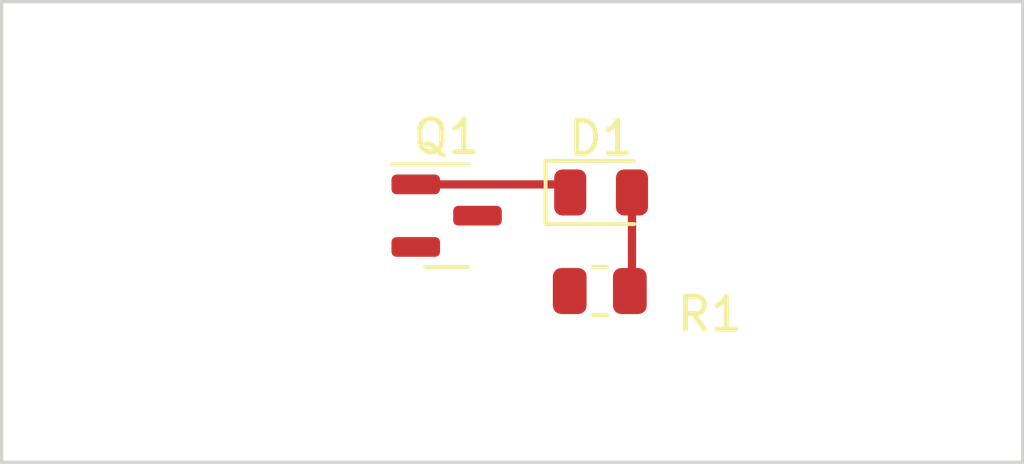
<source format=kicad_pcb>
(kicad_pcb (version 20201220) (generator pcbnew)
  (layers (0 "F.Cu" signal) (31 "B.Cu" signal) (34 "B.Paste" user) (35 "F.Paste" user) (36 "B.SilkS" user "B.Silkscreen") (37 "F.SilkS" user "F.Silkscreen") (38 "B.Mask" user) (39 "F.Mask" user) (44 "Edge.Cuts" user))
  (net 0 "")
  (net 1 "/led/switched")
  (net 2 "Net-(D1-Pad2)")
  (net 3 "/control")
  (net 4 "GND")
  (net 5 "+3V3")
  (footprint "Resistor_SMD:R_0805_2012Metric" (layer "F.Cu") (at 169.16 102.795)
    (fp_text reference "R1" (at 3.34 0.705) (layer "F.SilkS"))
    (fp_text value "R")
    (fp_line (start -0.227064 0.735) (end 0.227064 0.735) (layer "F.SilkS") (width 0.12))
    (fp_line (start -0.227064 -0.735) (end 0.227064 -0.735) (layer "F.SilkS") (width 0.12))
    (pad "1" smd roundrect (at -0.9125 0) (size 1.025 1.4) (layers "F.Cu" "F.Paste" "F.Mask") (roundrect_rratio 0.243902) (net 5 "+3V3"))
    (pad "2" smd roundrect (at 0.9125 0) (size 1.025 1.4) (layers "F.Cu" "F.Paste" "F.Mask") (roundrect_rratio 0.243902) (net 2 "Net-(D1-Pad2)"))
  )
  (footprint "Package_TO_SOT_SMD:SOT-23" (layer "F.Cu") (at 164.51 100.505)
    (fp_text reference "Q1" (at 0 -2.4) (layer "F.SilkS"))
    (fp_text value "Q_NMOS_DGS")
    (fp_line (start 0 1.56) (end -0.65 1.56) (layer "F.SilkS") (width 0.12))
    (fp_line (start 0 -1.56) (end 0.65 -1.56) (layer "F.SilkS") (width 0.12))
    (fp_line (start 0 1.56) (end 0.65 1.56) (layer "F.SilkS") (width 0.12))
    (fp_line (start 0 -1.56) (end -1.675 -1.56) (layer "F.SilkS") (width 0.12))
    (pad "1" smd roundrect (at -0.9375 -0.95) (size 1.475 0.6) (layers "F.Cu" "F.Paste" "F.Mask") (net 1 "/led/switched"))
    (pad "2" smd roundrect (at -0.9375 0.95) (size 1.475 0.6) (layers "F.Cu" "F.Paste" "F.Mask") (net 3 "/control"))
    (pad "3" smd roundrect (at 0.9375 0) (size 1.475 0.6) (layers "F.Cu" "F.Paste" "F.Mask") (net 4 "GND"))
  )
  (footprint "LED_SMD:LED_0805_2012Metric" (layer "F.Cu") (at 169.2 99.8)
    (fp_text reference "D1" (at 0 -1.65) (layer "F.SilkS"))
    (fp_text value "LED")
    (fp_line (start -1.685 -0.96) (end -1.685 0.96) (layer "F.SilkS") (width 0.12))
    (fp_line (start -1.685 0.96) (end 1 0.96) (layer "F.SilkS") (width 0.12))
    (fp_line (start 1 -0.96) (end -1.685 -0.96) (layer "F.SilkS") (width 0.12))
    (pad "1" smd roundrect (at -0.9375 0) (size 0.975 1.4) (layers "F.Cu" "F.Paste" "F.Mask") (net 1 "/led/switched"))
    (pad "2" smd roundrect (at 0.9375 0) (size 0.975 1.4) (layers "F.Cu" "F.Paste" "F.Mask") (net 2 "Net-(D1-Pad2)"))
  )
  (gr_line (start 151 94) (end 182 94) (layer "Edge.Cuts") (width 0.1))
  (gr_line (start 182 94) (end 182 108) (layer "Edge.Cuts") (width 0.1))
  (gr_line (start 151 108) (end 151 94) (layer "Edge.Cuts") (width 0.1))
  (gr_line (start 182 108) (end 151 108) (layer "Edge.Cuts") (width 0.1))
  (segment (start 163.5725 99.555) (end 168.0175 99.555) (width 0.25) (layer "F.Cu") (net 1))
  (segment (start 168.0175 99.555) (end 168.2625 99.8) (width 0.25) (layer "F.Cu") (net 1))
  (segment (start 170.1375 99.8) (end 170.1375 102.73) (width 0.25) (layer "F.Cu") (net 2))
  (segment (start 170.1375 102.73) (end 170.0725 102.795) (width 0.25) (layer "F.Cu") (net 2))
)
</source>
